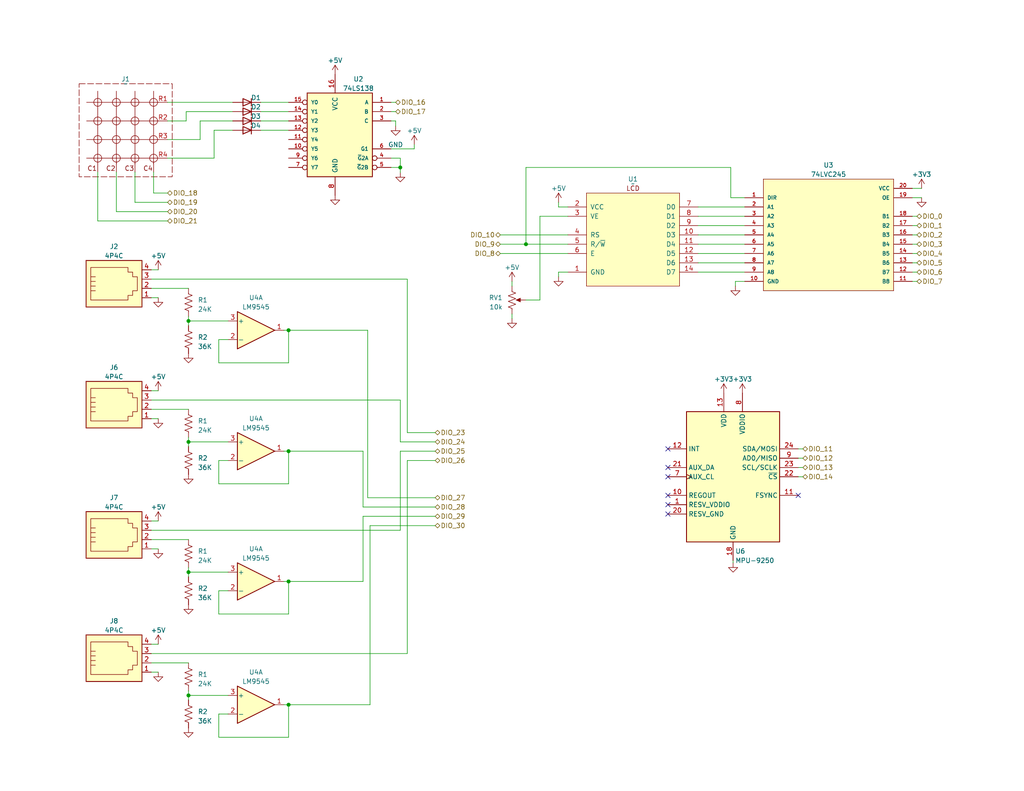
<source format=kicad_sch>
(kicad_sch (version 20230121) (generator eeschema)
  (paper "A")
  (title_block (title "EE 110 Alpha Board - GPIO") (date "2024-02-07") (rev "0.1") (company "Adam Krivka"))
  (lib_symbols
    (symbol "1N4148_1" (pin_numbers hide) (pin_names hide)
      (property "Reference" "D4" (at 0 5.08 0))
      (property "Value" "1N4148" (at 0 2.54 0))
      (symbol "1N4148_1_0_1"
        (polyline (pts (xy -1.27 1.016) (xy -1.27 -1.016)) (stroke (width 0.254)))
        (polyline (pts (xy 1.27 0) (xy -1.27 0)))
        (polyline (pts (xy 1.016 1.016) (xy 1.016 -1.016) (xy -1.27 0) (xy 1.016 1.016)) (stroke (width 0.254)))
      )
      (symbol "1N4148_1_1_1"
        (pin passive line (at -3.81 0 0) (length 2.54) (name "K") (number "1"))
        (pin passive line (at 3.81 0 180) (length 2.54) (name "A") (number "2"))
      )
    )
    (symbol "74LS138:74LS138" (pin_names (offset 1.016))
      (property "Reference" "U2" (at -6.35 13.97 0))
      (property "Value" "74LS138" (at -6.35 11.43 0))
      (symbol "74LS138_1_0"
        (rectangle (start -10.16 -12.7) (end 7.62 10.16) (stroke (width 0.254)) (fill (type background)))
        (pin input line (at -15.24 7.62 0) (length 5.08) (name "A") (number "1"))
        (pin output inverted (at 12.7 -5.08 180) (length 5.08) (name "Y5") (number "10"))
        (pin output inverted (at 12.7 -2.54 180) (length 5.08) (name "Y4") (number "11"))
        (pin output inverted (at 12.7 0 180) (length 5.08) (name "Y3") (number "12"))
        (pin output inverted (at 12.7 2.54 180) (length 5.08) (name "Y2") (number "13"))
        (pin output inverted (at 12.7 5.08 180) (length 5.08) (name "Y1") (number "14"))
        (pin output inverted (at 12.7 7.62 180) (length 5.08) (name "Y0") (number "15"))
        (pin input line (at -15.24 5.08 0) (length 5.08) (name "B") (number "2"))
        (pin input line (at -15.24 2.54 0) (length 5.08) (name "C") (number "3"))
        (pin input inverted (at -15.24 -7.62 0) (length 5.08) (name "~{G}2A") (number "4"))
        (pin input inverted (at -15.24 -10.16 0) (length 5.08) (name "~{G}2B") (number "5"))
        (pin input line (at -15.24 -5.08 0) (length 5.08) (name "G1") (number "6"))
        (pin output inverted (at 12.7 -10.16 180) (length 5.08) (name "Y7") (number "7"))
        (pin output inverted (at 12.7 -7.62 180) (length 5.08) (name "Y6") (number "9"))
      )
      (symbol "74LS138_1_1"
        (pin input line (at 0 15.24 270) (length 5.08) (name "VCC") (number "16"))
        (pin input line (at 0 -17.78 90) (length 5.08) (name "GND") (number "8"))
      )
    )
    (symbol "74LVC245:74LVC245" (pin_names (offset 1.016))
      (property "Reference" "U2" (at 0 19.05 0))
      (property "Value" "74LVC245" (at 0 16.51 0))
      (symbol "74LVC245_0_0"
        (rectangle (start -17.78 15.24) (end 17.78 -15.24) (fill (type background)))
        (pin bidirectional line (at -22.86 10.16 0) (length 5.08) (name "DIR") (number "1"))
        (pin bidirectional line (at -22.86 -12.7 0) (length 5.08) (name "GND") (number "10"))
        (pin bidirectional line (at 22.86 -12.7 180) (length 5.08) (name "B8") (number "11"))
        (pin bidirectional line (at 22.86 -10.16 180) (length 5.08) (name "B7") (number "12"))
        (pin bidirectional line (at 22.86 -7.62 180) (length 5.08) (name "B6") (number "13"))
        (pin bidirectional line (at 22.86 -5.08 180) (length 5.08) (name "B5") (number "14"))
        (pin bidirectional line (at 22.86 -2.54 180) (length 5.08) (name "B4") (number "15"))
        (pin bidirectional line (at 22.86 0 180) (length 5.08) (name "B3") (number "16"))
        (pin bidirectional line (at 22.86 2.54 180) (length 5.08) (name "B2") (number "17"))
        (pin bidirectional line (at 22.86 5.08 180) (length 5.08) (name "B1") (number "18"))
        (pin bidirectional line (at 22.86 10.16 180) (length 5.08) (name "OE") (number "19"))
        (pin bidirectional line (at -22.86 7.62 0) (length 5.08) (name "A1") (number "2"))
        (pin bidirectional line (at 22.86 12.7 180) (length 5.08) (name "VCC") (number "20"))
        (pin bidirectional line (at -22.86 5.08 0) (length 5.08) (name "A2") (number "3"))
        (pin bidirectional line (at -22.86 2.54 0) (length 5.08) (name "A3") (number "4"))
        (pin bidirectional line (at -22.86 0 0) (length 5.08) (name "A4") (number "5"))
        (pin bidirectional line (at -22.86 -2.54 0) (length 5.08) (name "A5") (number "6"))
        (pin bidirectional line (at -22.86 -5.08 0) (length 5.08) (name "A6") (number "7"))
        (pin bidirectional line (at -22.86 -7.62 0) (length 5.08) (name "A7") (number "8"))
        (pin bidirectional line (at -22.86 -10.16 0) (length 5.08) (name "A8") (number "9"))
      )
    )
    (symbol "Amplifier_Operational:TLV9062xD" (pin_names (offset 0.127))
      (property "Reference" "U" (at 2.54 6.35 0))
      (property "Value" "TLV9062xD" (at 2.54 3.81 0))
      (symbol "TLV9062xD_1_1"
        (polyline (pts (xy 5.08 0) (xy -5.08 5.08) (xy -5.08 -5.08) (xy 5.08 0)) (stroke (width 0.254)) (fill (type background)))
        (pin output line (at 7.62 0 180) (length 2.54) (name "~") (number "1"))
        (pin input line (at -7.62 -2.54 0) (length 2.54) (name "-") (number "2"))
        (pin input line (at -7.62 2.54 0) (length 2.54) (name "+") (number "3"))
      )
      (symbol "TLV9062xD_2_1"
        (polyline (pts (xy 5.08 0) (xy -5.08 5.08) (xy -5.08 -5.08) (xy 5.08 0)) (stroke (width 0.254)) (fill (type background)))
        (pin input line (at -7.62 2.54 0) (length 2.54) (name "+") (number "5"))
        (pin input line (at -7.62 -2.54 0) (length 2.54) (name "-") (number "6"))
        (pin output line (at 7.62 0 180) (length 2.54) (name "~") (number "7"))
      )
      (symbol "TLV9062xD_3_1"
        (pin power_in line (at 0 -7.62 90) (length 3.81) (name "V-") (number "4"))
        (pin power_in line (at 0 7.62 270) (length 3.81) (name "V+") (number "8"))
      )
    )
    (symbol "Connector:4P4C" (pin_names (offset 1.016))
      (property "Reference" "J" (at -5.08 8.89 0))
      (property "Value" "4P4C" (at 2.54 8.89 0))
      (symbol "4P4C_0_1"
        (polyline (pts (xy -6.35 -0.635) (xy -5.08 -0.635) (xy -5.08 -0.635)))
        (polyline (pts (xy -6.35 0.635) (xy -5.08 0.635) (xy -5.08 0.635)))
        (polyline (pts (xy -6.35 1.905) (xy -5.08 1.905) (xy -5.08 1.905)))
        (polyline (pts (xy -6.35 3.175) (xy -5.08 3.175) (xy -5.08 3.175)))
        (polyline (pts (xy -6.35 -3.175) (xy -6.35 5.715) (xy -1.27 5.715) (xy 3.81 5.715) (xy 3.81 4.445) (xy 5.08 4.445) (xy 5.08 3.175) (xy 6.35 3.175) (xy 6.35 -0.635) (xy 5.08 -0.635) (xy 5.08 -1.905) (xy 3.81 -1.905) (xy 3.81 -3.175) (xy -6.35 -3.175) (xy -6.35 -3.175)))
        (rectangle (start 7.62 7.62) (end -7.62 -5.08) (stroke (width 0.254)) (fill (type background)))
      )
      (symbol "4P4C_1_1"
        (pin passive line (at 10.16 -2.54 180) (length 2.54) (name "~") (number "1"))
        (pin passive line (at 10.16 0 180) (length 2.54) (name "~") (number "2"))
        (pin passive line (at 10.16 2.54 180) (length 2.54) (name "~") (number "3"))
        (pin passive line (at 10.16 5.08 180) (length 2.54) (name "~") (number "4"))
      )
    )
    (symbol "Device:R_Potentiometer_US" (pin_numbers hide) (pin_names (offset 1.016) hide)
      (property "Reference" "RV" (at -4.445 0 90))
      (property "Value" "R_Potentiometer_US" (at -2.54 0 90))
      (symbol "R_Potentiometer_US_0_1"
        (polyline (pts (xy 0 -2.286) (xy 0 -2.54)))
        (polyline (pts (xy 0 2.54) (xy 0 2.286)))
        (polyline (pts (xy 2.54 0) (xy 1.524 0)))
        (polyline (pts (xy 1.143 0) (xy 2.286 0.508) (xy 2.286 -0.508) (xy 1.143 0)) (fill (type outline)))
        (polyline (pts (xy 0 -0.762) (xy 1.016 -1.143) (xy 0 -1.524) (xy -1.016 -1.905) (xy 0 -2.286)))
        (polyline (pts (xy 0 0.762) (xy 1.016 0.381) (xy 0 0) (xy -1.016 -0.381) (xy 0 -0.762)))
        (polyline (pts (xy 0 2.286) (xy 1.016 1.905) (xy 0 1.524) (xy -1.016 1.143) (xy 0 0.762)))
      )
      (symbol "R_Potentiometer_US_1_1"
        (pin passive line (at 0 3.81 270) (length 1.27) (name "1") (number "1"))
        (pin passive line (at 3.81 0 180) (length 1.27) (name "2") (number "2"))
        (pin passive line (at 0 -3.81 90) (length 1.27) (name "3") (number "3"))
      )
    )
    (symbol "Device:R_US" (pin_numbers hide) (pin_names (offset 0))
      (property "Reference" "R" (at 2.54 0 90))
      (property "Value" "R_US" (at -2.54 0 90))
      (symbol "R_US_0_1"
        (polyline (pts (xy 0 -2.286) (xy 0 -2.54)))
        (polyline (pts (xy 0 2.286) (xy 0 2.54)))
        (polyline (pts (xy 0 -0.762) (xy 1.016 -1.143) (xy 0 -1.524) (xy -1.016 -1.905) (xy 0 -2.286)))
        (polyline (pts (xy 0 0.762) (xy 1.016 0.381) (xy 0 0) (xy -1.016 -0.381) (xy 0 -0.762)))
        (polyline (pts (xy 0 2.286) (xy 1.016 1.905) (xy 0 1.524) (xy -1.016 1.143) (xy 0 0.762)))
      )
      (symbol "R_US_1_1"
        (pin passive line (at 0 3.81 270) (length 1.27) (name "~") (number "1"))
        (pin passive line (at 0 -3.81 90) (length 1.27) (name "~") (number "2"))
      )
    )
    (symbol "My_Library:Keypad_4x4"
      (property "Reference" "J1" (at 0 13.97 0))
      (property "Value" "~" (at 0 12.7 0))
      (symbol "Keypad_4x4_0_1"
        (rectangle (start -12.7 12.7) (end 12.7 -12.7) (stroke (width 0) (type dash)))
        (circle (center -7.62 -7.62) (radius 1.0776))
        (circle (center -7.62 -2.54) (radius 1.0776))
        (circle (center -7.62 2.54) (radius 1.0776))
        (circle (center -7.62 7.62) (radius 1.0776))
        (circle (center -2.54 -7.62) (radius 1.0776))
        (circle (center -2.54 -2.54) (radius 1.0776))
        (circle (center -2.54 2.54) (radius 1.0776))
        (circle (center -2.54 7.62) (radius 1.0776))
        (polyline (pts (xy -7.62 -9.144) (xy -7.62 10.668)))
        (polyline (pts (xy -2.54 -9.144) (xy -2.54 10.668)))
        (polyline (pts (xy 2.54 -9.144) (xy 2.54 10.668)))
        (polyline (pts (xy 7.62 -9.144) (xy 7.62 10.668)))
        (polyline (pts (xy 8.89 -7.62) (xy -10.668 -7.62)))
        (polyline (pts (xy 8.89 -2.54) (xy -10.668 -2.54)))
        (polyline (pts (xy 8.89 2.54) (xy -10.668 2.54)))
        (polyline (pts (xy 8.89 7.62) (xy -10.668 7.62)))
        (circle (center 2.54 -7.62) (radius 1.0776))
        (circle (center 2.54 -2.54) (radius 1.0776))
        (circle (center 2.54 2.54) (radius 1.0776))
        (circle (center 2.54 7.62) (radius 1.0776))
        (circle (center 7.62 -7.62) (radius 1.0776))
        (circle (center 7.62 -2.54) (radius 1.0776))
        (circle (center 7.62 2.54) (radius 1.0776))
        (circle (center 7.62 7.62) (radius 1.0776))
        (text "C1" (at -9.144 -10.414 0) (effects (font (size 1.27 1.27))))
        (text "C2\n" (at -4.064 -10.414 0) (effects (font (size 1.27 1.27))))
        (text "C3" (at 1.016 -10.414 0) (effects (font (size 1.27 1.27))))
        (text "C4" (at 6.096 -10.414 0) (effects (font (size 1.27 1.27))))
      )
      (symbol "Keypad_4x4_1_1"
        (pin bidirectional line (at -7.62 -11.43 90) (length 2.54) (name "") (number ""))
        (pin bidirectional line (at -2.54 -11.43 90) (length 2.54) (name "") (number ""))
        (pin bidirectional line (at 2.54 -11.43 90) (length 2.54) (name "") (number ""))
        (pin bidirectional line (at 7.62 -11.43 90) (length 2.54) (name "") (number ""))
        (pin bidirectional line (at 11.43 7.62 180) (length 2.54) (name "") (number "R1"))
        (pin bidirectional line (at 11.43 2.54 180) (length 2.54) (name "") (number "R2"))
        (pin bidirectional line (at 11.43 -2.54 180) (length 2.54) (name "") (number "R3"))
        (pin bidirectional line (at 11.43 -7.62 180) (length 2.54) (name "") (number "R4"))
      )
    )
    (symbol "My_Library:LCD_14pin" (pin_names (offset 1.016))
      (property "Reference" "U3" (at 0 1.27 0))
      (property "Value" "~" (at 0 0 0))
      (symbol "LCD_14pin_0_1"
        (rectangle (start -12.7 -2.54) (end 12.7 -27.94) (fill (type background)))
        (text "LCD\n" (at 0 -1.27 0) (effects (font (size 1.27 1.27))))
      )
      (symbol "LCD_14pin_1_1"
        (pin input line (at -17.78 -24.13 0) (length 5.08) (name "GND") (number "1"))
        (pin bidirectional line (at 17.78 -13.97 180) (length 5.08) (name "D3") (number "10"))
        (pin bidirectional line (at 17.78 -16.51 180) (length 5.08) (name "D4") (number "11"))
        (pin bidirectional line (at 17.78 -19.05 180) (length 5.08) (name "D5") (number "12"))
        (pin bidirectional line (at 17.78 -21.59 180) (length 5.08) (name "D6") (number "13"))
        (pin bidirectional line (at 17.78 -24.13 180) (length 5.08) (name "D7") (number "14"))
        (pin input line (at -17.78 -6.35 0) (length 5.08) (name "VCC") (number "2"))
        (pin input line (at -17.78 -8.89 0) (length 5.08) (name "VE") (number "3"))
        (pin input line (at -17.78 -13.97 0) (length 5.08) (name "RS") (number "4"))
        (pin input line (at -17.78 -16.51 0) (length 5.08) (name "R/~{W}") (number "5"))
        (pin input line (at -17.78 -19.05 0) (length 5.08) (name "E") (number "6"))
        (pin bidirectional line (at 17.78 -6.35 180) (length 5.08) (name "D0") (number "7"))
        (pin bidirectional line (at 17.78 -8.89 180) (length 5.08) (name "D1") (number "8"))
        (pin bidirectional line (at 17.78 -11.43 180) (length 5.08) (name "D2") (number "9"))
      )
    )
    (symbol "Sensor_Motion:MPU-9250"
      (property "Reference" "U" (at -11.43 19.05 0))
      (property "Value" "MPU-9250" (at 7.62 -19.05 0))
      (symbol "MPU-9250_0_1"
        (rectangle (start -12.7 17.78) (end 12.7 -17.78) (stroke (width 0.254)) (fill (type background)))
      )
      (symbol "MPU-9250_1_1"
        (pin input line (at 17.78 -7.62 180) (length 5.08) (name "RESV_VDDIO") (number "1"))
        (pin passive line (at 17.78 -5.08 180) (length 5.08) (name "REGOUT") (number "10"))
        (pin input line (at -17.78 -5.08 0) (length 5.08) (name "FSYNC") (number "11"))
        (pin output line (at 17.78 7.62 180) (length 5.08) (name "INT") (number "12"))
        (pin power_in line (at 2.54 22.86 270) (length 5.08) (name "VDD") (number "13"))
        (pin power_in line (at 0 -22.86 90) (length 5.08) (name "GND") (number "18"))
        (pin power_in line (at 17.78 -10.16 180) (length 5.08) (name "RESV_GND") (number "20"))
        (pin bidirectional line (at 17.78 2.54 180) (length 5.08) (name "AUX_DA") (number "21"))
        (pin input line (at -17.78 0 0) (length 5.08) (name "~{CS}") (number "22"))
        (pin input line (at -17.78 2.54 0) (length 5.08) (name "SCL/SCLK") (number "23"))
        (pin bidirectional line (at -17.78 7.62 0) (length 5.08) (name "SDA/MOSI") (number "24"))
        (pin output clock (at 17.78 0 180) (length 5.08) (name "AUX_CL") (number "7"))
        (pin power_in line (at -2.54 22.86 270) (length 5.08) (name "VDDIO") (number "8"))
        (pin bidirectional line (at -17.78 5.08 0) (length 5.08) (name "AD0/MISO") (number "9"))
      )
    )
    (symbol "power:+3V3" (power) (pin_names (offset 0))
      (property "Value" "+3V3" (at 0 3.556 0))
      (symbol "+3V3_0_1"
        (polyline (pts (xy -0.762 1.27) (xy 0 2.54)))
        (polyline (pts (xy 0 0) (xy 0 2.54)))
        (polyline (pts (xy 0 2.54) (xy 0.762 1.27)))
      )
      (symbol "+3V3_1_1"
        (pin power_in line (at 0 0 90) (length 0) hide (name "+3V3") (number "1"))
      )
    )
    (symbol "power:+5V" (power) (pin_names (offset 0))
      (property "Value" "+5V" (at 0 3.556 0))
      (symbol "+5V_0_1"
        (polyline (pts (xy -0.762 1.27) (xy 0 2.54)))
        (polyline (pts (xy 0 0) (xy 0 2.54)))
        (polyline (pts (xy 0 2.54) (xy 0.762 1.27)))
      )
      (symbol "+5V_1_1"
        (pin power_in line (at 0 0 90) (length 0) hide (name "+5V") (number "1"))
      )
    )
    (symbol "power:GND" (power) (pin_names (offset 0))
      (property "Value" "GND" (at 0 -3.81 0))
      (symbol "GND_0_1"
        (polyline (pts (xy 0 0) (xy 0 -1.27) (xy 1.27 -1.27) (xy 0 -2.54) (xy -1.27 -1.27) (xy 0 -1.27)))
      )
      (symbol "GND_1_1"
        (pin power_in line (at 0 0 270) (length 0) hide (name "GND") (number "1"))
      )
    )
  )
  (junction (at 51.435 156.21))
  (junction (at 78.74 158.75))
  (junction (at 109.22 45.72))
  (junction (at 78.74 192.405))
  (junction (at 78.74 123.19))
  (junction (at 143.51 66.675))
  (junction (at 78.74 90.17))
  (junction (at 51.435 87.63))
  (junction (at 51.435 189.865))
  (junction (at 51.435 120.65))
  (no_connect (at 182.245 140.335))
  (no_connect (at 182.245 127.635))
  (no_connect (at 182.245 122.555))
  (no_connect (at 182.245 137.795))
  (no_connect (at 182.245 135.255))
  (no_connect (at 182.245 130.175))
  (no_connect (at 217.805 135.255))
  (wire (pts (xy 200.66 76.835) (xy 203.2 76.835)))
  (wire (pts (xy 139.7 85.725) (xy 139.7 86.995)))
  (wire (pts (xy 190.5 66.675) (xy 203.2 66.675)))
  (wire (pts (xy 51.435 119.38) (xy 51.435 120.65)))
  (wire (pts (xy 41.275 76.2) (xy 111.125 76.2)))
  (wire (pts (xy 147.32 59.055) (xy 154.94 59.055)))
  (wire (pts (xy 31.75 46.99) (xy 31.75 57.785)))
  (wire (pts (xy 152.4 75.565) (xy 152.4 74.295)))
  (wire (pts (xy 109.22 120.65) (xy 118.745 120.65)))
  (wire (pts (xy 78.74 90.17) (xy 100.33 90.17)))
  (wire (pts (xy 154.94 56.515) (xy 152.4 56.515)))
  (wire (pts (xy 100.33 90.17) (xy 100.33 135.89)))
  (wire (pts (xy 99.06 138.43) (xy 118.745 138.43)))
  (wire (pts (xy 41.275 147.32) (xy 51.435 147.32)))
  (wire (pts (xy 109.22 123.19) (xy 118.745 123.19)))
  (wire (pts (xy 62.23 92.71) (xy 59.69 92.71)))
  (wire (pts (xy 100.965 143.51) (xy 118.745 143.51)))
  (wire (pts (xy 78.74 158.75) (xy 99.06 158.75)))
  (wire (pts (xy 217.805 125.095) (xy 219.075 125.095)))
  (wire (pts (xy 41.275 142.24) (xy 43.18 142.24)))
  (wire (pts (xy 109.22 144.78) (xy 109.22 123.19)))
  (wire (pts (xy 111.125 178.435) (xy 111.125 125.73)))
  (wire (pts (xy 63.5 33.02) (xy 54.61 33.02)))
  (wire (pts (xy 248.92 69.215) (xy 250.19 69.215)))
  (wire (pts (xy 59.69 92.71) (xy 59.69 99.06)))
  (wire (pts (xy 51.435 188.595) (xy 51.435 189.865)))
  (wire (pts (xy 152.4 74.295) (xy 154.94 74.295)))
  (wire (pts (xy 78.74 192.405) (xy 77.47 192.405)))
  (wire (pts (xy 41.275 175.895) (xy 43.18 175.895)))
  (wire (pts (xy 111.125 76.2) (xy 111.125 118.11)))
  (wire (pts (xy 200.025 153.035) (xy 200.025 153.67)))
  (wire (pts (xy 248.92 53.975) (xy 251.46 53.975)))
  (wire (pts (xy 109.22 45.72) (xy 109.22 47.117)))
  (wire (pts (xy 59.69 161.29) (xy 59.69 167.64)))
  (wire (pts (xy 109.22 43.18) (xy 109.22 45.72)))
  (wire (pts (xy 58.42 43.18) (xy 45.72 43.18)))
  (wire (pts (xy 41.275 183.515) (xy 43.18 183.515)))
  (wire (pts (xy 54.61 33.02) (xy 54.61 38.1)))
  (wire (pts (xy 200.66 76.835) (xy 200.66 78.105)))
  (wire (pts (xy 143.51 66.675) (xy 143.51 45.72)))
  (wire (pts (xy 71.12 33.02) (xy 78.74 33.02)))
  (wire (pts (xy 152.4 56.515) (xy 152.4 55.245)))
  (wire (pts (xy 71.12 35.56) (xy 78.74 35.56)))
  (wire (pts (xy 50.8 30.48) (xy 50.8 33.02)))
  (wire (pts (xy 59.69 194.945) (xy 59.69 201.295)))
  (wire (pts (xy 143.51 45.72) (xy 199.39 45.72)))
  (wire (pts (xy 248.92 51.435) (xy 251.46 51.435)))
  (wire (pts (xy 190.5 61.595) (xy 203.2 61.595)))
  (wire (pts (xy 78.74 90.17) (xy 77.47 90.17)))
  (wire (pts (xy 248.92 71.755) (xy 250.19 71.755)))
  (wire (pts (xy 51.435 87.63) (xy 62.23 87.63)))
  (wire (pts (xy 41.275 149.86) (xy 43.18 149.86)))
  (wire (pts (xy 41.275 111.76) (xy 51.435 111.76)))
  (wire (pts (xy 113.03 39.497) (xy 113.03 40.64)))
  (wire (pts (xy 106.68 33.02) (xy 107.95 33.02)))
  (wire (pts (xy 71.12 27.94) (xy 78.74 27.94)))
  (wire (pts (xy 58.42 35.56) (xy 58.42 43.18)))
  (wire (pts (xy 31.75 57.785) (xy 45.72 57.785)))
  (wire (pts (xy 217.805 127.635) (xy 219.075 127.635)))
  (wire (pts (xy 203.2 53.975) (xy 199.39 53.975)))
  (wire (pts (xy 41.275 81.28) (xy 43.18 81.28)))
  (wire (pts (xy 190.5 74.295) (xy 203.2 74.295)))
  (wire (pts (xy 54.61 38.1) (xy 45.72 38.1)))
  (wire (pts (xy 63.5 30.48) (xy 50.8 30.48)))
  (wire (pts (xy 113.03 40.64) (xy 106.68 40.64)))
  (wire (pts (xy 62.23 125.73) (xy 59.69 125.73)))
  (wire (pts (xy 217.805 122.555) (xy 219.075 122.555)))
  (wire (pts (xy 109.22 45.72) (xy 106.68 45.72)))
  (wire (pts (xy 143.51 81.915) (xy 147.32 81.915)))
  (wire (pts (xy 41.275 106.68) (xy 43.18 106.68)))
  (wire (pts (xy 51.435 120.65) (xy 62.23 120.65)))
  (wire (pts (xy 63.5 35.56) (xy 58.42 35.56)))
  (wire (pts (xy 41.275 144.78) (xy 109.22 144.78)))
  (wire (pts (xy 78.74 99.06) (xy 78.74 90.17)))
  (wire (pts (xy 51.435 86.36) (xy 51.435 87.63)))
  (wire (pts (xy 51.435 154.94) (xy 51.435 156.21)))
  (wire (pts (xy 109.22 109.22) (xy 109.22 120.65)))
  (wire (pts (xy 154.94 66.675) (xy 143.51 66.675)))
  (wire (pts (xy 136.525 64.135) (xy 154.94 64.135)))
  (wire (pts (xy 190.5 69.215) (xy 203.2 69.215)))
  (wire (pts (xy 51.435 87.63) (xy 51.435 88.9)))
  (wire (pts (xy 106.68 30.48) (xy 107.95 30.48)))
  (wire (pts (xy 41.275 178.435) (xy 111.125 178.435)))
  (wire (pts (xy 248.92 61.595) (xy 250.19 61.595)))
  (wire (pts (xy 41.91 46.99) (xy 41.91 52.705)))
  (wire (pts (xy 248.92 64.135) (xy 250.19 64.135)))
  (wire (pts (xy 62.23 161.29) (xy 59.69 161.29)))
  (wire (pts (xy 111.125 125.73) (xy 118.745 125.73)))
  (wire (pts (xy 59.69 132.08) (xy 78.74 132.08)))
  (wire (pts (xy 41.275 114.3) (xy 43.18 114.3)))
  (wire (pts (xy 78.74 201.295) (xy 78.74 192.405)))
  (wire (pts (xy 217.805 130.175) (xy 219.075 130.175)))
  (wire (pts (xy 248.92 59.055) (xy 250.19 59.055)))
  (wire (pts (xy 136.525 69.215) (xy 154.94 69.215)))
  (wire (pts (xy 78.74 132.08) (xy 78.74 123.19)))
  (wire (pts (xy 36.83 46.99) (xy 36.83 55.245)))
  (wire (pts (xy 100.33 135.89) (xy 118.745 135.89)))
  (wire (pts (xy 50.8 33.02) (xy 45.72 33.02)))
  (wire (pts (xy 41.275 73.66) (xy 43.18 73.66)))
  (wire (pts (xy 190.5 64.135) (xy 203.2 64.135)))
  (wire (pts (xy 59.69 125.73) (xy 59.69 132.08)))
  (wire (pts (xy 248.92 74.295) (xy 250.19 74.295)))
  (wire (pts (xy 136.525 66.675) (xy 143.51 66.675)))
  (wire (pts (xy 78.74 158.75) (xy 77.47 158.75)))
  (wire (pts (xy 51.435 189.865) (xy 51.435 191.135)))
  (wire (pts (xy 99.06 158.75) (xy 99.06 140.97)))
  (wire (pts (xy 190.5 56.515) (xy 203.2 56.515)))
  (wire (pts (xy 147.32 81.915) (xy 147.32 59.055)))
  (wire (pts (xy 111.125 118.11) (xy 118.745 118.11)))
  (wire (pts (xy 36.83 55.245) (xy 45.72 55.245)))
  (wire (pts (xy 59.69 167.64) (xy 78.74 167.64)))
  (wire (pts (xy 41.275 78.74) (xy 51.435 78.74)))
  (wire (pts (xy 41.91 52.705) (xy 45.72 52.705)))
  (wire (pts (xy 139.7 76.835) (xy 139.7 78.105)))
  (wire (pts (xy 248.92 66.675) (xy 250.19 66.675)))
  (wire (pts (xy 78.74 123.19) (xy 99.06 123.19)))
  (wire (pts (xy 78.74 192.405) (xy 100.965 192.405)))
  (wire (pts (xy 51.435 156.21) (xy 62.23 156.21)))
  (wire (pts (xy 62.23 194.945) (xy 59.69 194.945)))
  (wire (pts (xy 99.06 123.19) (xy 99.06 138.43)))
  (wire (pts (xy 99.06 140.97) (xy 118.745 140.97)))
  (wire (pts (xy 199.39 53.975) (xy 199.39 45.72)))
  (wire (pts (xy 248.92 76.835) (xy 250.19 76.835)))
  (wire (pts (xy 106.68 43.18) (xy 109.22 43.18)))
  (wire (pts (xy 78.74 123.19) (xy 77.47 123.19)))
  (wire (pts (xy 59.69 201.295) (xy 78.74 201.295)))
  (wire (pts (xy 78.74 167.64) (xy 78.74 158.75)))
  (wire (pts (xy 190.5 71.755) (xy 203.2 71.755)))
  (wire (pts (xy 106.68 27.94) (xy 107.95 27.94)))
  (wire (pts (xy 107.95 33.02) (xy 107.95 34.417)))
  (wire (pts (xy 71.12 30.48) (xy 78.74 30.48)))
  (wire (pts (xy 59.69 99.06) (xy 78.74 99.06)))
  (wire (pts (xy 26.67 60.325) (xy 45.72 60.325)))
  (wire (pts (xy 190.5 59.055) (xy 203.2 59.055)))
  (wire (pts (xy 41.275 109.22) (xy 109.22 109.22)))
  (wire (pts (xy 26.67 46.99) (xy 26.67 60.325)))
  (wire (pts (xy 41.275 180.975) (xy 51.435 180.975)))
  (wire (pts (xy 51.435 189.865) (xy 62.23 189.865)))
  (wire (pts (xy 51.435 120.65) (xy 51.435 121.92)))
  (wire (pts (xy 51.435 156.21) (xy 51.435 157.48)))
  (wire (pts (xy 45.72 27.94) (xy 63.5 27.94)))
  (wire (pts (xy 100.965 192.405) (xy 100.965 143.51)))
  (hierarchical_label "DIO_26" (shape bidirectional) (at 118.745 125.73 0))
  (hierarchical_label "DIO_7" (shape bidirectional) (at 250.19 76.835 0))
  (hierarchical_label "DIO_1" (shape bidirectional) (at 250.19 61.595 0))
  (hierarchical_label "DIO_24" (shape bidirectional) (at 118.745 120.65 0))
  (hierarchical_label "DIO_23" (shape bidirectional) (at 118.745 118.11 0))
  (hierarchical_label "DIO_0" (shape bidirectional) (at 250.19 59.055 0))
  (hierarchical_label "DIO_19" (shape bidirectional) (at 45.72 55.245 0))
  (hierarchical_label "DIO_8" (shape bidirectional) (at 136.525 69.215 180))
  (hierarchical_label "DIO_30" (shape bidirectional) (at 118.745 143.51 0))
  (hierarchical_label "DIO_20" (shape bidirectional) (at 45.72 57.785 0))
  (hierarchical_label "DIO_6" (shape bidirectional) (at 250.19 74.295 0))
  (hierarchical_label "DIO_17" (shape bidirectional) (at 107.95 30.48 0))
  (hierarchical_label "DIO_13" (shape bidirectional) (at 219.075 127.635 0))
  (hierarchical_label "DIO_12" (shape bidirectional) (at 219.075 125.095 0))
  (hierarchical_label "DIO_29" (shape bidirectional) (at 118.745 140.97 0))
  (hierarchical_label "DIO_27" (shape bidirectional) (at 118.745 135.89 0))
  (hierarchical_label "DIO_14" (shape bidirectional) (at 219.075 130.175 0))
  (hierarchical_label "DIO_10" (shape bidirectional) (at 136.525 64.135 180))
  (hierarchical_label "DIO_28" (shape bidirectional) (at 118.745 138.43 0))
  (hierarchical_label "DIO_11" (shape bidirectional) (at 219.075 122.555 0))
  (hierarchical_label "DIO_16" (shape bidirectional) (at 107.95 27.94 0))
  (hierarchical_label "DIO_21" (shape bidirectional) (at 45.72 60.325 0))
  (hierarchical_label "DIO_9" (shape bidirectional) (at 136.525 66.675 180))
  (hierarchical_label "DIO_5" (shape bidirectional) (at 250.19 71.755 0))
  (hierarchical_label "DIO_2" (shape bidirectional) (at 250.19 64.135 0))
  (hierarchical_label "DIO_18" (shape bidirectional) (at 45.72 52.705 0))
  (hierarchical_label "DIO_25" (shape bidirectional) (at 118.745 123.19 0))
  (hierarchical_label "DIO_3" (shape bidirectional) (at 250.19 66.675 0))
  (hierarchical_label "DIO_4" (shape bidirectional) (at 250.19 69.215 0))
  (symbol (lib_id "Connector:4P4C") (at 31.115 111.76 0) (unit 1)
    (property "Reference" "J6" (at 31.115 100.33 0))
    (property "Value" "4P4C" (at 31.115 102.87 0))
  )
  (symbol (lib_id "power:+5V") (at 139.7 76.835 0) (unit 1)
    (property "Reference" "#PWR01" (effects hide))
    (property "Value" "+5V" (at 139.7 73.025 0))
    (instances (project "ee110b_alpha_board" (path "" (reference "#PWR01") (unit 1)) (path "" (reference "#PWR01") (unit 1))) (project "ee110a_hw4_stepper" (path "" (reference "#PWR01") (unit 1))) (project "ee110a_hw3_lcd" (path "" (reference "#PWR010") (unit 1))) (project "ee110a_hw5_servo" (path "" (reference "#PWR01") (unit 1))))
  )
  (symbol (lib_id "74LVC245:74LVC245") (at 226.06 64.135 0) (unit 1)
    (property "Reference" "U3" (at 226.06 45.085 0))
    (property "Value" "74LVC245" (at 226.06 47.625 0))
    (property "Footprint" "74LVC245:SOIC-20-W" (effects hide))
    (property "MF" "ON Semiconductor" (effects hide))
    (property "Description" "\nTransceiver, Non-Inverting 1 Element 8 Bit per Element 3-State Output 20-TSSOP\n" (effects hide))
    (property "Package" "TSSOP-20 ON Semiconductor" (effects hide))
    (property "Price" "None" (effects hide))
    (property "Check_prices" "https://www.snapeda.com/parts/74LVC245/Onsemi/view-part/?ref=eda" (effects hide))
    (property "VALUE" "74LVC245" (effects hide))
    (property "SnapEDA_Link" "https://www.snapeda.com/parts/74LVC245/Onsemi/view-part/?ref=snap" (effects hide))
    (property "PROD_ID" "IC-11305" (effects hide))
    (property "Availability" "In Stock" (effects hide))
    (property "MP" "74LVC245" (effects hide))
    (instances (project "ee110b_alpha_board" (path "" (reference "U3") (unit 1)) (path "" (reference "U3") (unit 1))) (project "ee110a_hw4_stepper" (path "" (reference "U2") (unit 1))) (project "ee110a_hw3_lcd" (path "" (reference "U2") (unit 1))) (project "ee110a_hw5_servo" (path "" (reference "U3") (unit 1))))
  )
  (symbol (lib_id "Device:R_Potentiometer_US") (at 139.7 81.915 0) (unit 1)
    (property "Reference" "RV1" (at 137.16 81.28 0) (effects (justify right)))
    (property "Value" "10k" (at 137.16 83.82 0) (effects (justify right)))
  )
  (symbol (lib_id "Amplifier_Operational:TLV9062xD") (at 69.85 192.405 0) (unit 1)
    (property "Reference" "U4" (at 69.85 183.515 0))
    (property "Value" "LM9545" (at 69.85 186.055 0))
    (property "Footprint" "Package_SO:SOIC-8_3.9x4.9mm_P1.27mm" (effects hide))
    (property "Datasheet" "https://www.ti.com/lit/ds/symlink/tlv9062.pdf" (effects hide))
    (instances (project "ee110b_alpha_board" (path "" (reference "U4") (unit 1)) (path "" (reference "U12") (unit 1))) (project "ee110a_hw5_servo" (path "" (reference "U5") (unit 1))))
  )
  (symbol (lib_id "power:GND") (at 51.435 96.52 0) (unit 1)
    (property "Reference" "#PWR06" (effects hide))
    (property "Value" "GND" (effects hide))
    (instances (project "ee110b_alpha_board" (path "" (reference "#PWR06") (unit 1)) (path "" (reference "#PWR021") (unit 1))) (project "ee110a_hw5_servo" (path "" (reference "#PWR020") (unit 1))))
  )
  (symbol (lib_id "Sensor_Motion:MPU-9250") (at 200.025 130.175 0) (mirror y) (unit 1)
    (property "Reference" "U6" (at 200.6091 150.495 0) (effects (justify right)))
    (property "Value" "MPU-9250" (at 200.6091 153.035 0) (effects (justify right)))
    (property "Footprint" "Sensor_Motion:InvenSense_QFN-24_3x3mm_P0.4mm" (effects hide))
    (property "Datasheet" "https://invensense.tdk.com/wp-content/uploads/2015/02/PS-MPU-9250A-01-v1.1.pdf" (effects hide))
    (instances (project "ee110b_alpha_board" (path "" (reference "U6") (unit 1)) (path "" (reference "U5") (unit 1))))
  )
  (symbol (lib_id "power:GND") (at 43.18 149.86 0) (unit 1)
    (property "Reference" "#PWR011" (effects hide))
    (property "Value" "GND" (effects hide))
    (instances (project "ee110b_alpha_board" (path "" (reference "#PWR011") (unit 1)) (path "" (reference "#PWR023") (unit 1))) (project "ee110a_hw5_servo" (path "" (reference "#PWR019") (unit 1))))
  )
  (symbol (lib_id "power:GND") (at 51.435 165.1 0) (unit 1)
    (property "Reference" "#PWR06" (effects hide))
    (property "Value" "GND" (effects hide))
    (instances (project "ee110b_alpha_board" (path "" (reference "#PWR06") (unit 1)) (path "" (reference "#PWR056") (unit 1))) (project "ee110a_hw5_servo" (path "" (reference "#PWR020") (unit 1))))
  )
  (symbol (lib_name "1N4148_1") (lib_id "Diode:1N4148") (at 67.31 35.56 180) (unit 1)
    (property "Reference" "D4" (at 69.85 34.29 0))
    (property "Value" "1N4148" (effects hide))
    (property "Footprint" "Diode_THT:D_DO-35_SOD27_P7.62mm_Horizontal" (effects hide))
    (property "Datasheet" "https://assets.nexperia.com/documents/data-sheet/1N4148_1N4448.pdf" (effects hide))
    (property "Sim.Device" "D" (effects hide))
    (property "Sim.Pins" "1=K 2=A" (effects hide))
  )
  (symbol (lib_id "Connector:4P4C") (at 31.115 180.975 0) (unit 1)
    (property "Reference" "J8" (at 31.115 169.545 0))
    (property "Value" "4P4C" (at 31.115 172.085 0))
  )
  (symbol (lib_id "My_Library:Keypad_4x4") (at 34.29 35.56 0) (unit 1)
    (property "Reference" "J1" (at 34.29 21.59 0))
    (property "Value" "~" (at 34.29 22.86 0))
    (instances (project "ee110b_alpha_board" (path "" (reference "J1") (unit 1)) (path "" (reference "J1") (unit 1))) (project "ee110a_hw4_stepper" (path "" (reference "J2") (unit 1))) (project "ee110a_hw2_keypad" (path "" (reference "J1") (unit 1))) (project "ee110a_hw5_servo" (path "" (reference "J1") (unit 1))))
  )
  (symbol (lib_id "power:GND") (at 152.4 75.565 0) (unit 1)
    (property "Reference" "#PWR04" (effects hide))
    (property "Value" "GND" (effects hide))
    (instances (project "ee110b_alpha_board" (path "" (reference "#PWR04") (unit 1)) (path "" (reference "#PWR04") (unit 1))) (project "ee110a_hw4_stepper" (path "" (reference "#PWR04") (unit 1))) (project "ee110a_hw3_lcd" (path "" (reference "#PWR09") (unit 1))) (project "ee110a_hw5_servo" (path "" (reference "#PWR04") (unit 1))))
  )
  (symbol (lib_id "power:GND") (at 43.18 114.3 0) (unit 1)
    (property "Reference" "#PWR011" (effects hide))
    (property "Value" "GND" (effects hide))
    (instances (project "ee110b_alpha_board" (path "" (reference "#PWR011") (unit 1)) (path "" (reference "#PWR010") (unit 1))) (project "ee110a_hw5_servo" (path "" (reference "#PWR019") (unit 1))))
  )
  (symbol (lib_id "My_Library:LCD_14pin") (at 172.72 50.165 0) (unit 1)
    (property "Reference" "U1" (at 172.72 48.895 0))
    (property "Value" "~" (at 172.72 50.165 0))
    (instances (project "ee110b_alpha_board" (path "" (reference "U1") (unit 1)) (path "" (reference "U1") (unit 1))) (project "ee110a_hw4_stepper" (path "" (reference "U1") (unit 1))) (project "ee110a_hw3_lcd" (path "" (reference "U3") (unit 1))) (project "ee110a_hw5_servo" (path "" (reference "U1") (unit 1))))
  )
  (symbol (lib_id "Device:R_US") (at 51.435 92.71 0) (unit 1)
    (property "Reference" "R2" (at 53.975 92.075 0) (effects (justify left)))
    (property "Value" "36K" (at 53.975 94.615 0) (effects (justify left)))
    (instances (project "ee110b_alpha_board" (path "" (reference "R2") (unit 1)) (path "" (reference "R8") (unit 1))) (project "ee110a_hw5_servo" (path "" (reference "R2") (unit 1))))
  )
  (symbol (lib_name "1N4148_1") (lib_id "Diode:1N4148") (at 67.31 27.94 180) (unit 1)
    (property "Reference" "D1" (at 69.85 26.67 0))
    (property "Value" "1N4148" (effects hide))
    (property "Footprint" "Diode_THT:D_DO-35_SOD27_P7.62mm_Horizontal" (effects hide))
    (property "Datasheet" "https://assets.nexperia.com/documents/data-sheet/1N4148_1N4448.pdf" (effects hide))
    (property "Sim.Device" "D" (effects hide))
    (property "Sim.Pins" "1=K 2=A" (effects hide))
  )
  (symbol (lib_id "power:GND") (at 251.46 53.975 0) (unit 1)
    (property "Reference" "#PWR013" (effects hide))
    (property "Value" "GND" (effects hide))
    (instances (project "ee110b_alpha_board" (path "" (reference "#PWR013") (unit 1)) (path "" (reference "#PWR013") (unit 1))) (project "ee110a_hw4_stepper" (path "" (reference "#PWR09") (unit 1))) (project "ee110a_hw3_lcd" (path "" (reference "#PWR07") (unit 1))) (project "ee110a_hw5_servo" (path "" (reference "#PWR010") (unit 1))))
  )
  (symbol (lib_id "Device:R_US") (at 51.435 184.785 0) (unit 1)
    (property "Reference" "R1" (at 53.975 184.15 0) (effects (justify left)))
    (property "Value" "24K" (at 53.975 186.69 0) (effects (justify left)))
    (instances (project "ee110b_alpha_board" (path "" (reference "R1") (unit 1)) (path "" (reference "R11") (unit 1))) (project "ee110a_hw5_servo" (path "" (reference "R1") (unit 1))))
  )
  (symbol (lib_id "power:+5V") (at 91.44 20.32 0) (unit 1)
    (property "Reference" "#PWR014" (effects hide))
    (property "Value" "+5V" (at 91.44 16.51 0))
  )
  (symbol (lib_id "power:GND") (at 43.18 183.515 0) (unit 1)
    (property "Reference" "#PWR011" (effects hide))
    (property "Value" "GND" (effects hide))
    (instances (project "ee110b_alpha_board" (path "" (reference "#PWR011") (unit 1)) (path "" (reference "#PWR058") (unit 1))) (project "ee110a_hw5_servo" (path "" (reference "#PWR019") (unit 1))))
  )
  (symbol (lib_id "Connector:4P4C") (at 31.115 147.32 0) (unit 1)
    (property "Reference" "J7" (at 31.115 135.89 0))
    (property "Value" "4P4C" (at 31.115 138.43 0))
  )
  (symbol (lib_id "Amplifier_Operational:TLV9062xD") (at 69.85 123.19 0) (unit 1)
    (property "Reference" "U4" (at 69.85 114.3 0))
    (property "Value" "LM9545" (at 69.85 116.84 0))
    (property "Footprint" "Package_SO:SOIC-8_3.9x4.9mm_P1.27mm" (effects hide))
    (property "Datasheet" "https://www.ti.com/lit/ds/symlink/tlv9062.pdf" (effects hide))
    (instances (project "ee110b_alpha_board" (path "" (reference "U4") (unit 1)) (path "" (reference "U4") (unit 1))) (project "ee110a_hw5_servo" (path "" (reference "U5") (unit 1))))
  )
  (symbol (lib_id "power:GND") (at 51.435 198.755 0) (unit 1)
    (property "Reference" "#PWR06" (effects hide))
    (property "Value" "GND" (effects hide))
    (instances (project "ee110b_alpha_board" (path "" (reference "#PWR06") (unit 1)) (path "" (reference "#PWR059") (unit 1))) (project "ee110a_hw5_servo" (path "" (reference "#PWR020") (unit 1))))
  )
  (symbol (lib_id "power:GND") (at 200.66 78.105 0) (unit 1)
    (property "Reference" "#PWR05" (effects hide))
    (property "Value" "GND" (effects hide))
    (instances (project "ee110b_alpha_board" (path "" (reference "#PWR05") (unit 1)) (path "" (reference "#PWR05") (unit 1))) (project "ee110a_hw4_stepper" (path "" (reference "#PWR07") (unit 1))) (project "ee110a_hw3_lcd" (path "" (reference "#PWR05") (unit 1))) (project "ee110a_hw5_servo" (path "" (reference "#PWR05") (unit 1))))
  )
  (symbol (lib_id "power:+5V") (at 43.18 106.68 0) (unit 1)
    (property "Reference" "#PWR010" (effects hide))
    (property "Value" "+5V" (at 43.18 102.87 0))
    (instances (project "ee110b_alpha_board" (path "" (reference "#PWR010") (unit 1)) (path "" (reference "#PWR06") (unit 1))) (project "ee110a_hw5_servo" (path "" (reference "#PWR018") (unit 1))))
  )
  (symbol (lib_id "power:+5V") (at 43.18 142.24 0) (unit 1)
    (property "Reference" "#PWR010" (effects hide))
    (property "Value" "+5V" (at 43.18 138.43 0))
    (instances (project "ee110b_alpha_board" (path "" (reference "#PWR010") (unit 1)) (path "" (reference "#PWR022") (unit 1))) (project "ee110a_hw5_servo" (path "" (reference "#PWR018") (unit 1))))
  )
  (symbol (lib_id "power:GND") (at 107.95 34.417 0) (unit 1)
    (property "Reference" "#PWR07" (effects hide))
    (property "Value" "GND" (at 107.95 39.497 0))
    (instances (project "ee110b_alpha_board" (path "" (reference "#PWR07") (unit 1)) (path "" (reference "#PWR07") (unit 1))) (project "ee110a_hw4_stepper" (path "" (reference "#PWR014") (unit 1))) (project "ee110a_hw2_keypad" (path "" (reference "#PWR08") (unit 1))) (project "ee110a_hw5_servo" (path "" (reference "#PWR06") (unit 1))))
  )
  (symbol (lib_id "power:GND") (at 139.7 86.995 0) (unit 1)
    (property "Reference" "#PWR02" (effects hide))
    (property "Value" "GND" (effects hide))
    (instances (project "ee110b_alpha_board" (path "" (reference "#PWR02") (unit 1)) (path "" (reference "#PWR02") (unit 1))) (project "ee110a_hw4_stepper" (path "" (reference "#PWR02") (unit 1))) (project "ee110a_hw3_lcd" (path "" (reference "#PWR011") (unit 1))) (project "ee110a_hw5_servo" (path "" (reference "#PWR02") (unit 1))))
  )
  (symbol (lib_id "74LS138:74LS138") (at 91.44 35.56 0) (mirror y) (unit 1)
    (property "Reference" "U2" (at 97.79 21.59 0))
    (property "Value" "74LS138" (at 97.79 24.13 0))
    (property "Footprint" "74LS138:DIL16" (effects hide))
    (property "MF" "Texas Instruments" (effects hide))
    (property "Description" "\nDecoder/Demultiplexer 1 x 3:8 16-SOIC\n" (effects hide))
    (property "Package" "SOIC-16 Texas Instruments" (effects hide))
    (property "Price" "None" (effects hide))
    (property "SnapEDA_Link" "https://www.snapeda.com/parts/74LS138/Texas+Instruments/view-part/?ref=snap" (effects hide))
    (property "MP" "74LS138" (effects hide))
    (property "Availability" "Not in stock" (effects hide))
    (property "Check_prices" "https://www.snapeda.com/parts/74LS138/Texas+Instruments/view-part/?ref=eda" (effects hide))
    (instances (project "ee110b_alpha_board" (path "" (reference "U2") (unit 1)) (path "" (reference "U2") (unit 1))) (project "ee110a_hw4_stepper" (path "" (reference "U4") (unit 1))) (project "ee110a_hw2_keypad" (path "" (reference "U2") (unit 1))) (project "ee110a_hw5_servo" (path "" (reference "U2") (unit 1))))
  )
  (symbol (lib_name "1N4148_1") (lib_id "Diode:1N4148") (at 67.31 30.48 180) (unit 1)
    (property "Reference" "D2" (at 69.85 29.21 0))
    (property "Value" "1N4148" (effects hide))
    (property "Footprint" "Diode_THT:D_DO-35_SOD27_P7.62mm_Horizontal" (effects hide))
    (property "Datasheet" "https://assets.nexperia.com/documents/data-sheet/1N4148_1N4448.pdf" (effects hide))
    (property "Sim.Device" "D" (effects hide))
    (property "Sim.Pins" "1=K 2=A" (effects hide))
  )
  (symbol (lib_id "Amplifier_Operational:TLV9062xD") (at 69.85 90.17 0) (unit 1)
    (property "Reference" "U4" (at 69.85 81.28 0))
    (property "Value" "LM9545" (at 69.85 83.82 0))
    (property "Footprint" "Package_SO:SOIC-8_3.9x4.9mm_P1.27mm" (effects hide))
    (property "Datasheet" "https://www.ti.com/lit/ds/symlink/tlv9062.pdf" (effects hide))
    (instances (project "ee110b_alpha_board" (path "" (reference "U4") (unit 1)) (path "" (reference "U6") (unit 1))) (project "ee110a_hw5_servo" (path "" (reference "U5") (unit 1))))
  )
  (symbol (lib_id "power:+3V3") (at 197.485 107.315 0) (unit 1)
    (property "Reference" "#PWR021" (effects hide))
    (property "Value" "+3V3" (at 197.485 103.505 0))
    (instances (project "ee110b_alpha_board" (path "" (reference "#PWR021") (unit 1)) (path "" (reference "#PWR016") (unit 1))))
  )
  (symbol (lib_id "Device:R_US") (at 51.435 115.57 0) (unit 1)
    (property "Reference" "R1" (at 53.975 114.935 0) (effects (justify left)))
    (property "Value" "24K" (at 53.975 117.475 0) (effects (justify left)))
  )
  (symbol (lib_id "power:+5V") (at 43.18 73.66 0) (unit 1)
    (property "Reference" "#PWR010" (effects hide))
    (property "Value" "+5V" (at 43.18 69.85 0))
    (instances (project "ee110b_alpha_board" (path "" (reference "#PWR010") (unit 1)) (path "" (reference "#PWR019") (unit 1))) (project "ee110a_hw5_servo" (path "" (reference "#PWR018") (unit 1))))
  )
  (symbol (lib_id "power:+3V3") (at 251.46 51.435 0) (unit 1)
    (property "Reference" "#PWR012" (effects hide))
    (property "Value" "+3V3" (at 251.46 47.625 0))
    (instances (project "ee110b_alpha_board" (path "" (reference "#PWR012") (unit 1)) (path "" (reference "#PWR012") (unit 1))) (project "ee110a_hw4_stepper" (path "" (reference "#PWR08") (unit 1))) (project "ee110a_hw3_lcd" (path "" (reference "#PWR06") (unit 1))) (project "ee110a_hw5_servo" (path "" (reference "#PWR09") (unit 1))))
  )
  (symbol (lib_id "power:+5V") (at 152.4 55.245 0) (unit 1)
    (property "Reference" "#PWR03" (effects hide))
    (property "Value" "+5V" (at 152.4 51.435 0))
    (instances (project "ee110b_alpha_board" (path "" (reference "#PWR03") (unit 1)) (path "" (reference "#PWR03") (unit 1))) (project "ee110a_hw4_stepper" (path "" (reference "#PWR03") (unit 1))) (project "ee110a_hw3_lcd" (path "" (reference "#PWR08") (unit 1))) (project "ee110a_hw5_servo" (path "" (reference "#PWR03") (unit 1))))
  )
  (symbol (lib_id "Connector:4P4C") (at 31.115 78.74 0) (unit 1)
    (property "Reference" "J2" (at 31.115 67.31 0))
    (property "Value" "4P4C" (at 31.115 69.85 0))
  )
  (symbol (lib_id "power:GND") (at 200.025 153.67 0) (unit 1)
    (property "Reference" "#PWR022" (effects hide))
    (property "Value" "GND" (effects hide))
    (instances (project "ee110b_alpha_board" (path "" (reference "#PWR022") (unit 1)) (path "" (reference "#PWR017") (unit 1))))
  )
  (symbol (lib_id "Device:R_US") (at 51.435 161.29 0) (unit 1)
    (property "Reference" "R2" (at 53.975 160.655 0) (effects (justify left)))
    (property "Value" "36K" (at 53.975 163.195 0) (effects (justify left)))
    (instances (project "ee110b_alpha_board" (path "" (reference "R2") (unit 1)) (path "" (reference "R10") (unit 1))) (project "ee110a_hw5_servo" (path "" (reference "R2") (unit 1))))
  )
  (symbol (lib_id "Device:R_US") (at 51.435 151.13 0) (unit 1)
    (property "Reference" "R1" (at 53.975 150.495 0) (effects (justify left)))
    (property "Value" "24K" (at 53.975 153.035 0) (effects (justify left)))
    (instances (project "ee110b_alpha_board" (path "" (reference "R1") (unit 1)) (path "" (reference "R9") (unit 1))) (project "ee110a_hw5_servo" (path "" (reference "R1") (unit 1))))
  )
  (symbol (lib_id "Device:R_US") (at 51.435 125.73 0) (unit 1)
    (property "Reference" "R2" (at 53.975 125.095 0) (effects (justify left)))
    (property "Value" "36K" (at 53.975 127.635 0) (effects (justify left)))
  )
  (symbol (lib_id "power:GND") (at 109.22 47.117 0) (unit 1)
    (property "Reference" "#PWR08" (effects hide))
    (property "Value" "GND" (effects hide))
    (instances (project "ee110b_alpha_board" (path "" (reference "#PWR08") (unit 1)) (path "" (reference "#PWR08") (unit 1))) (project "ee110a_hw4_stepper" (path "" (reference "#PWR015") (unit 1))) (project "ee110a_hw2_keypad" (path "" (reference "#PWR06") (unit 1))) (project "ee110a_hw5_servo" (path "" (reference "#PWR07") (unit 1))))
  )
  (symbol (lib_id "Amplifier_Operational:TLV9062xD") (at 69.85 158.75 0) (unit 1)
    (property "Reference" "U4" (at 69.85 149.86 0))
    (property "Value" "LM9545" (at 69.85 152.4 0))
    (property "Footprint" "Package_SO:SOIC-8_3.9x4.9mm_P1.27mm" (effects hide))
    (property "Datasheet" "https://www.ti.com/lit/ds/symlink/tlv9062.pdf" (effects hide))
    (instances (project "ee110b_alpha_board" (path "" (reference "U4") (unit 1)) (path "" (reference "U11") (unit 1))) (project "ee110a_hw5_servo" (path "" (reference "U5") (unit 1))))
  )
  (symbol (lib_id "Device:R_US") (at 51.435 82.55 0) (unit 1)
    (property "Reference" "R1" (at 53.975 81.915 0) (effects (justify left)))
    (property "Value" "24K" (at 53.975 84.455 0) (effects (justify left)))
    (instances (project "ee110b_alpha_board" (path "" (reference "R1") (unit 1)) (path "" (reference "R7") (unit 1))) (project "ee110a_hw5_servo" (path "" (reference "R1") (unit 1))))
  )
  (symbol (lib_name "1N4148_1") (lib_id "Diode:1N4148") (at 67.31 33.02 180) (unit 1)
    (property "Reference" "D3" (at 69.85 31.75 0))
    (property "Value" "1N4148" (effects hide))
    (property "Footprint" "Diode_THT:D_DO-35_SOD27_P7.62mm_Horizontal" (effects hide))
    (property "Datasheet" "https://assets.nexperia.com/documents/data-sheet/1N4148_1N4448.pdf" (effects hide))
    (property "Sim.Device" "D" (effects hide))
    (property "Sim.Pins" "1=K 2=A" (effects hide))
  )
  (symbol (lib_id "power:+5V") (at 43.18 175.895 0) (unit 1)
    (property "Reference" "#PWR010" (effects hide))
    (property "Value" "+5V" (at 43.18 172.085 0))
    (instances (project "ee110b_alpha_board" (path "" (reference "#PWR010") (unit 1)) (path "" (reference "#PWR057") (unit 1))) (project "ee110a_hw5_servo" (path "" (reference "#PWR018") (unit 1))))
  )
  (symbol (lib_id "power:GND") (at 51.435 129.54 0) (unit 1)
    (property "Reference" "#PWR06" (effects hide))
    (property "Value" "GND" (effects hide))
    (instances (project "ee110b_alpha_board" (path "" (reference "#PWR06") (unit 1)) (path "" (reference "#PWR011") (unit 1))) (project "ee110a_hw5_servo" (path "" (reference "#PWR020") (unit 1))))
  )
  (symbol (lib_id "Device:R_US") (at 51.435 194.945 0) (unit 1)
    (property "Reference" "R2" (at 53.975 194.31 0) (effects (justify left)))
    (property "Value" "36K" (at 53.975 196.85 0) (effects (justify left)))
    (instances (project "ee110b_alpha_board" (path "" (reference "R2") (unit 1)) (path "" (reference "R12") (unit 1))) (project "ee110a_hw5_servo" (path "" (reference "R2") (unit 1))))
  )
  (symbol (lib_id "power:+5V") (at 113.03 39.497 0) (unit 1)
    (property "Reference" "#PWR09" (effects hide))
    (property "Value" "+5V" (at 113.03 35.687 0))
    (instances (project "ee110b_alpha_board" (path "" (reference "#PWR09") (unit 1)) (path "" (reference "#PWR09") (unit 1))) (project "ee110a_hw4_stepper" (path "" (reference "#PWR016") (unit 1))) (project "ee110a_hw2_keypad" (path "" (reference "#PWR07") (unit 1))) (project "ee110a_hw5_servo" (path "" (reference "#PWR08") (unit 1))))
  )
  (symbol (lib_id "power:GND") (at 91.44 53.34 0) (unit 1)
    (property "Reference" "#PWR015" (effects hide))
    (property "Value" "GND" (effects hide))
  )
  (symbol (lib_id "power:+3V3") (at 202.565 107.315 0) (unit 1)
    (property "Reference" "#PWR023" (effects hide))
    (property "Value" "+3V3" (at 202.565 103.505 0))
    (instances (project "ee110b_alpha_board" (path "" (reference "#PWR023") (unit 1)) (path "" (reference "#PWR018") (unit 1))))
  )
  (symbol (lib_id "power:GND") (at 43.18 81.28 0) (unit 1)
    (property "Reference" "#PWR011" (effects hide))
    (property "Value" "GND" (effects hide))
    (instances (project "ee110b_alpha_board" (path "" (reference "#PWR011") (unit 1)) (path "" (reference "#PWR020") (unit 1))) (project "ee110a_hw5_servo" (path "" (reference "#PWR019") (unit 1))))
  )
)
</source>
